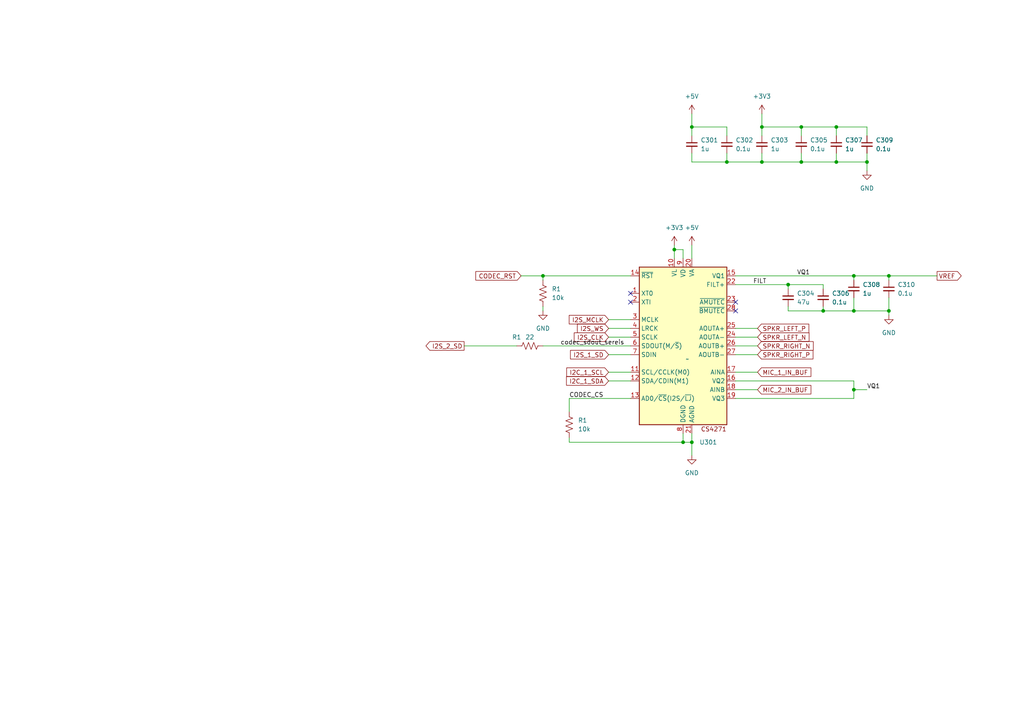
<source format=kicad_sch>
(kicad_sch (version 20230121) (generator eeschema)

  (uuid 30cb5300-4a03-46bd-834f-211e7d9e021f)

  (paper "A4")

  (lib_symbols
    (symbol "Codecs:CS4271" (in_bom yes) (on_board yes)
      (property "Reference" "U" (at -11.43 -24.13 0)
        (effects (font (size 1.27 1.27)))
      )
      (property "Value" "" (at 1.27 -3.81 0)
        (effects (font (size 1.27 1.27)))
      )
      (property "Footprint" "" (at 1.27 -3.81 0)
        (effects (font (size 1.27 1.27)) hide)
      )
      (property "Datasheet" "" (at 1.27 -3.81 0)
        (effects (font (size 1.27 1.27)) hide)
      )
      (symbol "CS4271_0_1"
        (rectangle (start -12.7 22.86) (end 12.7 -22.86)
          (stroke (width 0.254) (type default))
          (fill (type background))
        )
      )
      (symbol "CS4271_1_1"
        (text "CS4271\n" (at 8.89 -24.13 0)
          (effects (font (size 1.27 1.27)))
        )
        (pin output line (at -15.24 15.24 0) (length 2.54)
          (name "XT0" (effects (font (size 1.27 1.27))))
          (number "1" (effects (font (size 1.27 1.27))))
        )
        (pin power_in line (at -2.54 25.4 270) (length 2.54)
          (name "VL" (effects (font (size 1.27 1.27))))
          (number "10" (effects (font (size 1.27 1.27))))
        )
        (pin input line (at -15.24 -7.62 0) (length 2.54)
          (name "SCL/CCLK(M0)" (effects (font (size 1.27 1.27))))
          (number "11" (effects (font (size 1.27 1.27))))
        )
        (pin bidirectional line (at -15.24 -10.16 0) (length 2.54)
          (name "SDA/CDIN(M1)" (effects (font (size 1.27 1.27))))
          (number "12" (effects (font (size 1.27 1.27))))
        )
        (pin input line (at -15.24 -15.24 0) (length 2.54)
          (name "AD0/~{CS}(I2S/~{LJ})" (effects (font (size 1.27 1.27))))
          (number "13" (effects (font (size 1.27 1.27))))
        )
        (pin input line (at -15.24 20.32 0) (length 2.54)
          (name "~{RST}" (effects (font (size 1.27 1.27))))
          (number "14" (effects (font (size 1.27 1.27))))
        )
        (pin output line (at 15.24 20.32 180) (length 2.54)
          (name "VQ1" (effects (font (size 1.27 1.27))))
          (number "15" (effects (font (size 1.27 1.27))))
        )
        (pin input line (at 15.24 -10.16 180) (length 2.54)
          (name "VQ2" (effects (font (size 1.27 1.27))))
          (number "16" (effects (font (size 1.27 1.27))))
        )
        (pin input line (at 15.24 -7.62 180) (length 2.54)
          (name "AINA" (effects (font (size 1.27 1.27))))
          (number "17" (effects (font (size 1.27 1.27))))
        )
        (pin input line (at 15.24 -12.7 180) (length 2.54)
          (name "AINB" (effects (font (size 1.27 1.27))))
          (number "18" (effects (font (size 1.27 1.27))))
        )
        (pin input line (at 15.24 -15.24 180) (length 2.54)
          (name "VQ3" (effects (font (size 1.27 1.27))))
          (number "19" (effects (font (size 1.27 1.27))))
        )
        (pin input line (at -15.24 12.7 0) (length 2.54)
          (name "XTI" (effects (font (size 1.27 1.27))))
          (number "2" (effects (font (size 1.27 1.27))))
        )
        (pin power_in line (at 2.54 25.4 270) (length 2.54)
          (name "VA" (effects (font (size 1.27 1.27))))
          (number "20" (effects (font (size 1.27 1.27))))
        )
        (pin power_in line (at 2.54 -25.4 90) (length 2.54)
          (name "AGND" (effects (font (size 1.27 1.27))))
          (number "21" (effects (font (size 1.27 1.27))))
        )
        (pin output line (at 15.24 17.78 180) (length 2.54)
          (name "FILT+" (effects (font (size 1.27 1.27))))
          (number "22" (effects (font (size 1.27 1.27))))
        )
        (pin output line (at 15.24 12.7 180) (length 2.54)
          (name "~{AMUTEC}" (effects (font (size 1.27 1.27))))
          (number "23" (effects (font (size 1.27 1.27))))
        )
        (pin output line (at 15.24 2.54 180) (length 2.54)
          (name "AOUTA-" (effects (font (size 1.27 1.27))))
          (number "24" (effects (font (size 1.27 1.27))))
        )
        (pin output line (at 15.24 5.08 180) (length 2.54)
          (name "AOUTA+" (effects (font (size 1.27 1.27))))
          (number "25" (effects (font (size 1.27 1.27))))
        )
        (pin output line (at 15.24 0 180) (length 2.54)
          (name "AOUTB+" (effects (font (size 1.27 1.27))))
          (number "26" (effects (font (size 1.27 1.27))))
        )
        (pin output line (at 15.24 -2.54 180) (length 2.54)
          (name "AOUTB-" (effects (font (size 1.27 1.27))))
          (number "27" (effects (font (size 1.27 1.27))))
        )
        (pin output line (at 15.24 10.16 180) (length 2.54)
          (name "~{BMUTEC}" (effects (font (size 1.27 1.27))))
          (number "28" (effects (font (size 1.27 1.27))))
        )
        (pin bidirectional line (at -15.24 7.62 0) (length 2.54)
          (name "MCLK" (effects (font (size 1.27 1.27))))
          (number "3" (effects (font (size 1.27 1.27))))
        )
        (pin bidirectional line (at -15.24 5.08 0) (length 2.54)
          (name "LRCK" (effects (font (size 1.27 1.27))))
          (number "4" (effects (font (size 1.27 1.27))))
        )
        (pin bidirectional line (at -15.24 2.54 0) (length 2.54)
          (name "SCLK" (effects (font (size 1.27 1.27))))
          (number "5" (effects (font (size 1.27 1.27))))
        )
        (pin output line (at -15.24 0 0) (length 2.54)
          (name "SDOUT(M/~{S})" (effects (font (size 1.27 1.27))))
          (number "6" (effects (font (size 1.27 1.27))))
        )
        (pin input line (at -15.24 -2.54 0) (length 2.54)
          (name "SDIN" (effects (font (size 1.27 1.27))))
          (number "7" (effects (font (size 1.27 1.27))))
        )
        (pin power_in line (at 0 -25.4 90) (length 2.54)
          (name "DGND" (effects (font (size 1.27 1.27))))
          (number "8" (effects (font (size 1.27 1.27))))
        )
        (pin power_in line (at 0 25.4 270) (length 2.54)
          (name "VD" (effects (font (size 1.27 1.27))))
          (number "9" (effects (font (size 1.27 1.27))))
        )
      )
    )
    (symbol "Device:C_Small" (pin_numbers hide) (pin_names (offset 0.254) hide) (in_bom yes) (on_board yes)
      (property "Reference" "C" (at 0.254 1.778 0)
        (effects (font (size 1.27 1.27)) (justify left))
      )
      (property "Value" "C_Small" (at 0.254 -2.032 0)
        (effects (font (size 1.27 1.27)) (justify left))
      )
      (property "Footprint" "" (at 0 0 0)
        (effects (font (size 1.27 1.27)) hide)
      )
      (property "Datasheet" "~" (at 0 0 0)
        (effects (font (size 1.27 1.27)) hide)
      )
      (property "ki_keywords" "capacitor cap" (at 0 0 0)
        (effects (font (size 1.27 1.27)) hide)
      )
      (property "ki_description" "Unpolarized capacitor, small symbol" (at 0 0 0)
        (effects (font (size 1.27 1.27)) hide)
      )
      (property "ki_fp_filters" "C_*" (at 0 0 0)
        (effects (font (size 1.27 1.27)) hide)
      )
      (symbol "C_Small_0_1"
        (polyline
          (pts
            (xy -1.524 -0.508)
            (xy 1.524 -0.508)
          )
          (stroke (width 0.3302) (type default))
          (fill (type none))
        )
        (polyline
          (pts
            (xy -1.524 0.508)
            (xy 1.524 0.508)
          )
          (stroke (width 0.3048) (type default))
          (fill (type none))
        )
      )
      (symbol "C_Small_1_1"
        (pin passive line (at 0 2.54 270) (length 2.032)
          (name "~" (effects (font (size 1.27 1.27))))
          (number "1" (effects (font (size 1.27 1.27))))
        )
        (pin passive line (at 0 -2.54 90) (length 2.032)
          (name "~" (effects (font (size 1.27 1.27))))
          (number "2" (effects (font (size 1.27 1.27))))
        )
      )
    )
    (symbol "Device:R_US" (pin_numbers hide) (pin_names (offset 0)) (in_bom yes) (on_board yes)
      (property "Reference" "R" (at 2.54 0 90)
        (effects (font (size 1.27 1.27)))
      )
      (property "Value" "R_US" (at -2.54 0 90)
        (effects (font (size 1.27 1.27)))
      )
      (property "Footprint" "" (at 1.016 -0.254 90)
        (effects (font (size 1.27 1.27)) hide)
      )
      (property "Datasheet" "~" (at 0 0 0)
        (effects (font (size 1.27 1.27)) hide)
      )
      (property "ki_keywords" "R res resistor" (at 0 0 0)
        (effects (font (size 1.27 1.27)) hide)
      )
      (property "ki_description" "Resistor, US symbol" (at 0 0 0)
        (effects (font (size 1.27 1.27)) hide)
      )
      (property "ki_fp_filters" "R_*" (at 0 0 0)
        (effects (font (size 1.27 1.27)) hide)
      )
      (symbol "R_US_0_1"
        (polyline
          (pts
            (xy 0 -2.286)
            (xy 0 -2.54)
          )
          (stroke (width 0) (type default))
          (fill (type none))
        )
        (polyline
          (pts
            (xy 0 2.286)
            (xy 0 2.54)
          )
          (stroke (width 0) (type default))
          (fill (type none))
        )
        (polyline
          (pts
            (xy 0 -0.762)
            (xy 1.016 -1.143)
            (xy 0 -1.524)
            (xy -1.016 -1.905)
            (xy 0 -2.286)
          )
          (stroke (width 0) (type default))
          (fill (type none))
        )
        (polyline
          (pts
            (xy 0 0.762)
            (xy 1.016 0.381)
            (xy 0 0)
            (xy -1.016 -0.381)
            (xy 0 -0.762)
          )
          (stroke (width 0) (type default))
          (fill (type none))
        )
        (polyline
          (pts
            (xy 0 2.286)
            (xy 1.016 1.905)
            (xy 0 1.524)
            (xy -1.016 1.143)
            (xy 0 0.762)
          )
          (stroke (width 0) (type default))
          (fill (type none))
        )
      )
      (symbol "R_US_1_1"
        (pin passive line (at 0 3.81 270) (length 1.27)
          (name "~" (effects (font (size 1.27 1.27))))
          (number "1" (effects (font (size 1.27 1.27))))
        )
        (pin passive line (at 0 -3.81 90) (length 1.27)
          (name "~" (effects (font (size 1.27 1.27))))
          (number "2" (effects (font (size 1.27 1.27))))
        )
      )
    )
    (symbol "power:+3V3" (power) (pin_names (offset 0)) (in_bom yes) (on_board yes)
      (property "Reference" "#PWR" (at 0 -3.81 0)
        (effects (font (size 1.27 1.27)) hide)
      )
      (property "Value" "+3V3" (at 0 3.556 0)
        (effects (font (size 1.27 1.27)))
      )
      (property "Footprint" "" (at 0 0 0)
        (effects (font (size 1.27 1.27)) hide)
      )
      (property "Datasheet" "" (at 0 0 0)
        (effects (font (size 1.27 1.27)) hide)
      )
      (property "ki_keywords" "global power" (at 0 0 0)
        (effects (font (size 1.27 1.27)) hide)
      )
      (property "ki_description" "Power symbol creates a global label with name \"+3V3\"" (at 0 0 0)
        (effects (font (size 1.27 1.27)) hide)
      )
      (symbol "+3V3_0_1"
        (polyline
          (pts
            (xy -0.762 1.27)
            (xy 0 2.54)
          )
          (stroke (width 0) (type default))
          (fill (type none))
        )
        (polyline
          (pts
            (xy 0 0)
            (xy 0 2.54)
          )
          (stroke (width 0) (type default))
          (fill (type none))
        )
        (polyline
          (pts
            (xy 0 2.54)
            (xy 0.762 1.27)
          )
          (stroke (width 0) (type default))
          (fill (type none))
        )
      )
      (symbol "+3V3_1_1"
        (pin power_in line (at 0 0 90) (length 0) hide
          (name "+3V3" (effects (font (size 1.27 1.27))))
          (number "1" (effects (font (size 1.27 1.27))))
        )
      )
    )
    (symbol "power:+5V" (power) (pin_names (offset 0)) (in_bom yes) (on_board yes)
      (property "Reference" "#PWR" (at 0 -3.81 0)
        (effects (font (size 1.27 1.27)) hide)
      )
      (property "Value" "+5V" (at 0 3.556 0)
        (effects (font (size 1.27 1.27)))
      )
      (property "Footprint" "" (at 0 0 0)
        (effects (font (size 1.27 1.27)) hide)
      )
      (property "Datasheet" "" (at 0 0 0)
        (effects (font (size 1.27 1.27)) hide)
      )
      (property "ki_keywords" "global power" (at 0 0 0)
        (effects (font (size 1.27 1.27)) hide)
      )
      (property "ki_description" "Power symbol creates a global label with name \"+5V\"" (at 0 0 0)
        (effects (font (size 1.27 1.27)) hide)
      )
      (symbol "+5V_0_1"
        (polyline
          (pts
            (xy -0.762 1.27)
            (xy 0 2.54)
          )
          (stroke (width 0) (type default))
          (fill (type none))
        )
        (polyline
          (pts
            (xy 0 0)
            (xy 0 2.54)
          )
          (stroke (width 0) (type default))
          (fill (type none))
        )
        (polyline
          (pts
            (xy 0 2.54)
            (xy 0.762 1.27)
          )
          (stroke (width 0) (type default))
          (fill (type none))
        )
      )
      (symbol "+5V_1_1"
        (pin power_in line (at 0 0 90) (length 0) hide
          (name "+5V" (effects (font (size 1.27 1.27))))
          (number "1" (effects (font (size 1.27 1.27))))
        )
      )
    )
    (symbol "power:GND" (power) (pin_names (offset 0)) (in_bom yes) (on_board yes)
      (property "Reference" "#PWR" (at 0 -6.35 0)
        (effects (font (size 1.27 1.27)) hide)
      )
      (property "Value" "GND" (at 0 -3.81 0)
        (effects (font (size 1.27 1.27)))
      )
      (property "Footprint" "" (at 0 0 0)
        (effects (font (size 1.27 1.27)) hide)
      )
      (property "Datasheet" "" (at 0 0 0)
        (effects (font (size 1.27 1.27)) hide)
      )
      (property "ki_keywords" "global power" (at 0 0 0)
        (effects (font (size 1.27 1.27)) hide)
      )
      (property "ki_description" "Power symbol creates a global label with name \"GND\" , ground" (at 0 0 0)
        (effects (font (size 1.27 1.27)) hide)
      )
      (symbol "GND_0_1"
        (polyline
          (pts
            (xy 0 0)
            (xy 0 -1.27)
            (xy 1.27 -1.27)
            (xy 0 -2.54)
            (xy -1.27 -1.27)
            (xy 0 -1.27)
          )
          (stroke (width 0) (type default))
          (fill (type none))
        )
      )
      (symbol "GND_1_1"
        (pin power_in line (at 0 0 270) (length 0) hide
          (name "GND" (effects (font (size 1.27 1.27))))
          (number "1" (effects (font (size 1.27 1.27))))
        )
      )
    )
  )

  (junction (at 210.82 46.99) (diameter 0) (color 0 0 0 0)
    (uuid 0728d2f8-8bcc-4784-a9af-26f104f317a7)
  )
  (junction (at 242.57 46.99) (diameter 0) (color 0 0 0 0)
    (uuid 18293bff-2059-4d54-9878-e32cdfeb74c2)
  )
  (junction (at 228.6 82.55) (diameter 0) (color 0 0 0 0)
    (uuid 1bf4651e-8d5b-43c5-8bb8-038ed2f7f27f)
  )
  (junction (at 232.41 36.83) (diameter 0) (color 0 0 0 0)
    (uuid 2051c620-1751-404f-aa84-fd427d34592a)
  )
  (junction (at 220.98 46.99) (diameter 0) (color 0 0 0 0)
    (uuid 57237139-dea9-4926-a2b8-3d7b0dabc210)
  )
  (junction (at 251.46 46.99) (diameter 0) (color 0 0 0 0)
    (uuid 6b3b0a2b-5012-4803-a89f-da969adfb076)
  )
  (junction (at 247.65 113.03) (diameter 0) (color 0 0 0 0)
    (uuid 88c62a2e-995d-44ee-871e-75a9daec9bcb)
  )
  (junction (at 238.76 90.17) (diameter 0) (color 0 0 0 0)
    (uuid 8dec2645-ccf2-4f4a-84d7-494743a837e0)
  )
  (junction (at 220.98 36.83) (diameter 0) (color 0 0 0 0)
    (uuid 8f570658-c662-46b5-b2a7-6336ffeac6f8)
  )
  (junction (at 198.12 128.27) (diameter 0) (color 0 0 0 0)
    (uuid ad243870-5636-46bd-b789-61f0c78e814d)
  )
  (junction (at 257.81 80.01) (diameter 0) (color 0 0 0 0)
    (uuid ae1d4529-979a-4fdf-9292-03d17049db11)
  )
  (junction (at 200.66 128.27) (diameter 0) (color 0 0 0 0)
    (uuid c25bd683-0434-4cee-8d08-9098c74856e8)
  )
  (junction (at 247.65 80.01) (diameter 0) (color 0 0 0 0)
    (uuid cb61de45-109c-432d-9012-addd866360d1)
  )
  (junction (at 157.48 80.01) (diameter 0) (color 0 0 0 0)
    (uuid ccd746fa-5317-464b-98bf-a1df2c232e50)
  )
  (junction (at 247.65 90.17) (diameter 0) (color 0 0 0 0)
    (uuid d4ad35a9-da9d-4d2d-b3df-52ca4bd671b1)
  )
  (junction (at 257.81 90.17) (diameter 0) (color 0 0 0 0)
    (uuid e3386335-5242-4a90-be9b-034b78598943)
  )
  (junction (at 200.66 36.83) (diameter 0) (color 0 0 0 0)
    (uuid e58eed86-2e23-426d-b9ef-df3ba1774f89)
  )
  (junction (at 195.58 72.39) (diameter 0) (color 0 0 0 0)
    (uuid e75c15dd-f9c3-4315-87f5-7fbb74ad3bce)
  )
  (junction (at 232.41 46.99) (diameter 0) (color 0 0 0 0)
    (uuid f070d23a-0fb7-4cd0-b32e-bb5ab8a4eac3)
  )
  (junction (at 242.57 36.83) (diameter 0) (color 0 0 0 0)
    (uuid fed1765b-e189-4810-9c9d-715c37b8a0af)
  )

  (no_connect (at 182.88 87.63) (uuid 0c355450-1636-48dd-be88-35c4c2136db8))
  (no_connect (at 213.36 90.17) (uuid 7c48e04a-538f-4d71-890b-4daa96aee11c))
  (no_connect (at 213.36 87.63) (uuid 9805f24e-fcb1-4aeb-9769-11c8946ad973))
  (no_connect (at 182.88 85.09) (uuid a763259b-6ebe-45c4-9443-6f58e22610c2))

  (wire (pts (xy 176.53 95.25) (xy 182.88 95.25))
    (stroke (width 0) (type default))
    (uuid 03fb7f05-9b95-4793-9dfc-9c549e21408f)
  )
  (wire (pts (xy 220.98 36.83) (xy 220.98 39.37))
    (stroke (width 0) (type default))
    (uuid 04f03eda-36f2-4218-bf11-60d317f0d105)
  )
  (wire (pts (xy 247.65 80.01) (xy 247.65 81.28))
    (stroke (width 0) (type default))
    (uuid 0fb08157-a816-46aa-a51e-758f52bbc301)
  )
  (wire (pts (xy 213.36 82.55) (xy 228.6 82.55))
    (stroke (width 0) (type default))
    (uuid 1447c64d-3832-4d96-82b7-4154ab0801d8)
  )
  (wire (pts (xy 247.65 110.49) (xy 213.36 110.49))
    (stroke (width 0) (type default))
    (uuid 173f68e0-8c67-49b7-a5fb-caf9a2ab3027)
  )
  (wire (pts (xy 247.65 90.17) (xy 257.81 90.17))
    (stroke (width 0) (type default))
    (uuid 17a17abd-5b99-436a-95ae-2b297035b231)
  )
  (wire (pts (xy 210.82 44.45) (xy 210.82 46.99))
    (stroke (width 0) (type default))
    (uuid 230b9413-b6be-43d8-9ebb-956862948b09)
  )
  (wire (pts (xy 232.41 36.83) (xy 232.41 39.37))
    (stroke (width 0) (type default))
    (uuid 231d44ce-ff9a-42f3-b759-e9b4b9b5fd89)
  )
  (wire (pts (xy 200.66 71.12) (xy 200.66 74.93))
    (stroke (width 0) (type default))
    (uuid 26ccab4d-de24-43f6-a2c8-fc3b5772ddd7)
  )
  (wire (pts (xy 213.36 113.03) (xy 219.71 113.03))
    (stroke (width 0) (type default))
    (uuid 2855e45b-d03b-4264-9f37-c488b86c45d9)
  )
  (wire (pts (xy 176.53 92.71) (xy 182.88 92.71))
    (stroke (width 0) (type default))
    (uuid 2a115d68-80e8-45d7-9406-46c7e90607bc)
  )
  (wire (pts (xy 182.88 115.57) (xy 165.1 115.57))
    (stroke (width 0) (type default))
    (uuid 2b8a18ed-8f27-41a6-bf6a-1c5294ee6482)
  )
  (wire (pts (xy 228.6 88.9) (xy 228.6 90.17))
    (stroke (width 0) (type default))
    (uuid 34f8ec69-4374-40f4-b300-cc84fadbb5f4)
  )
  (wire (pts (xy 242.57 46.99) (xy 251.46 46.99))
    (stroke (width 0) (type default))
    (uuid 36f381f4-3d63-4862-8cca-3fa7b68004fe)
  )
  (wire (pts (xy 257.81 86.36) (xy 257.81 90.17))
    (stroke (width 0) (type default))
    (uuid 3811dff5-61d1-4315-b827-9f793af6d627)
  )
  (wire (pts (xy 176.53 97.79) (xy 182.88 97.79))
    (stroke (width 0) (type default))
    (uuid 39789c52-fec0-4c60-a5b7-245bd754786f)
  )
  (wire (pts (xy 157.48 80.01) (xy 182.88 80.01))
    (stroke (width 0) (type default))
    (uuid 433e68e6-7630-4a5f-b61a-dd9e8fdf434c)
  )
  (wire (pts (xy 134.62 100.33) (xy 149.86 100.33))
    (stroke (width 0) (type default))
    (uuid 4a46f009-7480-41d2-a4d3-e61e55029dbd)
  )
  (wire (pts (xy 165.1 128.27) (xy 198.12 128.27))
    (stroke (width 0) (type default))
    (uuid 5177ae13-db08-4365-a2cc-c28190ec891a)
  )
  (wire (pts (xy 251.46 113.03) (xy 247.65 113.03))
    (stroke (width 0) (type default))
    (uuid 5236f96d-e5cc-4b73-81dd-fba2d73608df)
  )
  (wire (pts (xy 200.66 46.99) (xy 210.82 46.99))
    (stroke (width 0) (type default))
    (uuid 531fa9a6-3c55-4d11-89ef-dd49adc817af)
  )
  (wire (pts (xy 200.66 128.27) (xy 200.66 132.08))
    (stroke (width 0) (type default))
    (uuid 53387071-69d8-413c-a84d-1095848d5ba6)
  )
  (wire (pts (xy 213.36 97.79) (xy 219.71 97.79))
    (stroke (width 0) (type default))
    (uuid 535bb1e1-ff54-4e38-beb1-d3aec4b2365f)
  )
  (wire (pts (xy 195.58 72.39) (xy 198.12 72.39))
    (stroke (width 0) (type default))
    (uuid 569196bb-066e-47c8-898f-5a486a4440e9)
  )
  (wire (pts (xy 200.66 33.02) (xy 200.66 36.83))
    (stroke (width 0) (type default))
    (uuid 5e22a4a9-8999-4cb7-8c51-32ad79d9786a)
  )
  (wire (pts (xy 238.76 90.17) (xy 247.65 90.17))
    (stroke (width 0) (type default))
    (uuid 5e5ce221-f6f1-447a-a165-4c1654321cde)
  )
  (wire (pts (xy 200.66 36.83) (xy 210.82 36.83))
    (stroke (width 0) (type default))
    (uuid 5e8c7f6a-604a-4463-b706-d6b3f80f90fb)
  )
  (wire (pts (xy 213.36 107.95) (xy 219.71 107.95))
    (stroke (width 0) (type default))
    (uuid 63b96984-d314-4cbb-8854-ef41fea482ff)
  )
  (wire (pts (xy 238.76 82.55) (xy 238.76 83.82))
    (stroke (width 0) (type default))
    (uuid 64612e9f-04ac-4219-9fcc-df7a054f37f9)
  )
  (wire (pts (xy 157.48 100.33) (xy 182.88 100.33))
    (stroke (width 0) (type default))
    (uuid 6947a350-6dd5-439b-8eb7-dbaa369de9cf)
  )
  (wire (pts (xy 232.41 44.45) (xy 232.41 46.99))
    (stroke (width 0) (type default))
    (uuid 6ce3d73b-89da-449e-a869-1c7fa83764eb)
  )
  (wire (pts (xy 247.65 80.01) (xy 257.81 80.01))
    (stroke (width 0) (type default))
    (uuid 6d1f72a4-1e25-49c0-858d-011e24d181dc)
  )
  (wire (pts (xy 157.48 81.28) (xy 157.48 80.01))
    (stroke (width 0) (type default))
    (uuid 6d95c676-ccd8-46da-b721-46d2d9702706)
  )
  (wire (pts (xy 195.58 71.12) (xy 195.58 72.39))
    (stroke (width 0) (type default))
    (uuid 6f502534-841d-4337-843d-69a45286a380)
  )
  (wire (pts (xy 242.57 36.83) (xy 242.57 39.37))
    (stroke (width 0) (type default))
    (uuid 712ca875-2915-4d1d-8b5a-1a055c542c5d)
  )
  (wire (pts (xy 200.66 125.73) (xy 200.66 128.27))
    (stroke (width 0) (type default))
    (uuid 79a99687-c9b8-43b5-8021-f5690225793b)
  )
  (wire (pts (xy 198.12 128.27) (xy 200.66 128.27))
    (stroke (width 0) (type default))
    (uuid 7c0dad88-e5e7-4b4d-b4be-94260144e6c3)
  )
  (wire (pts (xy 257.81 90.17) (xy 257.81 91.44))
    (stroke (width 0) (type default))
    (uuid 7e21eea9-97d9-44de-92fc-81a803972753)
  )
  (wire (pts (xy 165.1 127) (xy 165.1 128.27))
    (stroke (width 0) (type default))
    (uuid 7f1747ef-ffee-4360-8e0c-f60f9aec4e37)
  )
  (wire (pts (xy 238.76 88.9) (xy 238.76 90.17))
    (stroke (width 0) (type default))
    (uuid 82047499-915f-41ba-bdc8-93757c2d98f4)
  )
  (wire (pts (xy 247.65 113.03) (xy 247.65 115.57))
    (stroke (width 0) (type default))
    (uuid 84c84ad8-61de-48bd-808b-fb1fe1b8da29)
  )
  (wire (pts (xy 157.48 88.9) (xy 157.48 90.17))
    (stroke (width 0) (type default))
    (uuid 86b2f3f6-8f86-4ffc-903e-b8d6aab6744e)
  )
  (wire (pts (xy 251.46 36.83) (xy 251.46 39.37))
    (stroke (width 0) (type default))
    (uuid 8ab8fbfe-f99f-4a38-a070-0f25d92c0539)
  )
  (wire (pts (xy 210.82 36.83) (xy 210.82 39.37))
    (stroke (width 0) (type default))
    (uuid 8b2ec4e0-7620-4708-a1be-ecb7423d3f5a)
  )
  (wire (pts (xy 257.81 80.01) (xy 257.81 81.28))
    (stroke (width 0) (type default))
    (uuid 8e7785c3-c587-45a7-8095-6e6b891f32e0)
  )
  (wire (pts (xy 213.36 102.87) (xy 219.71 102.87))
    (stroke (width 0) (type default))
    (uuid 901c01d8-5ae8-4921-a48c-2af38e1c3841)
  )
  (wire (pts (xy 247.65 115.57) (xy 213.36 115.57))
    (stroke (width 0) (type default))
    (uuid 952b300f-b156-4fd3-ac01-13f15f0c7ae5)
  )
  (wire (pts (xy 220.98 46.99) (xy 232.41 46.99))
    (stroke (width 0) (type default))
    (uuid 9576def6-fb39-4a6c-9955-f169200c0376)
  )
  (wire (pts (xy 213.36 95.25) (xy 219.71 95.25))
    (stroke (width 0) (type default))
    (uuid 9610d325-cc6a-44e5-8542-428079696d30)
  )
  (wire (pts (xy 198.12 125.73) (xy 198.12 128.27))
    (stroke (width 0) (type default))
    (uuid 9bae59f8-dc9a-48e7-9cfc-b8bfb09f27c1)
  )
  (wire (pts (xy 220.98 36.83) (xy 232.41 36.83))
    (stroke (width 0) (type default))
    (uuid a0089283-0351-418e-a419-bc8a699c5b06)
  )
  (wire (pts (xy 238.76 82.55) (xy 228.6 82.55))
    (stroke (width 0) (type default))
    (uuid a1979298-ea1a-40b6-ae05-4ffded1da374)
  )
  (wire (pts (xy 176.53 107.95) (xy 182.88 107.95))
    (stroke (width 0) (type default))
    (uuid a4099719-bd37-474f-9920-43534067a5af)
  )
  (wire (pts (xy 247.65 86.36) (xy 247.65 90.17))
    (stroke (width 0) (type default))
    (uuid a51f2bda-e4b3-4e6e-91d9-c301098ee505)
  )
  (wire (pts (xy 200.66 36.83) (xy 200.66 39.37))
    (stroke (width 0) (type default))
    (uuid a6d285f6-9332-4c90-a2f8-672facb9f2fe)
  )
  (wire (pts (xy 200.66 44.45) (xy 200.66 46.99))
    (stroke (width 0) (type default))
    (uuid a96476bd-1798-4954-bd25-e261c657d5c6)
  )
  (wire (pts (xy 232.41 46.99) (xy 242.57 46.99))
    (stroke (width 0) (type default))
    (uuid aaa803ef-21ca-4886-8d0a-a477e005aaf0)
  )
  (wire (pts (xy 251.46 44.45) (xy 251.46 46.99))
    (stroke (width 0) (type default))
    (uuid ab6868fc-b6f1-4ef0-874d-65be11290bfc)
  )
  (wire (pts (xy 247.65 113.03) (xy 247.65 110.49))
    (stroke (width 0) (type default))
    (uuid ad66999f-09a8-4e0b-9e02-761ef4c885cb)
  )
  (wire (pts (xy 232.41 36.83) (xy 242.57 36.83))
    (stroke (width 0) (type default))
    (uuid b358487b-0f46-48a2-9fb3-c0b49d77ec83)
  )
  (wire (pts (xy 195.58 72.39) (xy 195.58 74.93))
    (stroke (width 0) (type default))
    (uuid b4eec30a-8d7d-413c-bb03-1faa26407860)
  )
  (wire (pts (xy 228.6 90.17) (xy 238.76 90.17))
    (stroke (width 0) (type default))
    (uuid b767bedd-b5c5-4f36-8235-85a42deef453)
  )
  (wire (pts (xy 151.13 80.01) (xy 157.48 80.01))
    (stroke (width 0) (type default))
    (uuid ba075f99-61f1-43c3-8a68-003733990da9)
  )
  (wire (pts (xy 165.1 115.57) (xy 165.1 119.38))
    (stroke (width 0) (type default))
    (uuid ba0c1279-76b6-4794-bfdc-231802ffd0f6)
  )
  (wire (pts (xy 220.98 33.02) (xy 220.98 36.83))
    (stroke (width 0) (type default))
    (uuid bd5c09c3-7b9e-4651-8a08-720a25c1c441)
  )
  (wire (pts (xy 198.12 72.39) (xy 198.12 74.93))
    (stroke (width 0) (type default))
    (uuid c5b06684-1552-4022-8acc-dc54fec784ad)
  )
  (wire (pts (xy 176.53 110.49) (xy 182.88 110.49))
    (stroke (width 0) (type default))
    (uuid c7fd2d17-d1c7-44c9-b852-3bc73307914d)
  )
  (wire (pts (xy 242.57 36.83) (xy 251.46 36.83))
    (stroke (width 0) (type default))
    (uuid cbea0b07-a6d4-4fac-9226-01a0b28146e3)
  )
  (wire (pts (xy 213.36 100.33) (xy 219.71 100.33))
    (stroke (width 0) (type default))
    (uuid cca48e43-4c83-4c7f-804c-dde86d21021b)
  )
  (wire (pts (xy 220.98 44.45) (xy 220.98 46.99))
    (stroke (width 0) (type default))
    (uuid d49f1da8-4110-4248-81c9-101bcffbf5e7)
  )
  (wire (pts (xy 251.46 46.99) (xy 251.46 49.53))
    (stroke (width 0) (type default))
    (uuid d6bda858-d0df-42da-b2ed-f26c3c26da95)
  )
  (wire (pts (xy 210.82 46.99) (xy 220.98 46.99))
    (stroke (width 0) (type default))
    (uuid dc04cd04-e7d9-475c-b74d-dd67e121a4f6)
  )
  (wire (pts (xy 213.36 80.01) (xy 247.65 80.01))
    (stroke (width 0) (type default))
    (uuid dc3cb906-775a-4595-9cac-ca45df3bb088)
  )
  (wire (pts (xy 257.81 80.01) (xy 271.78 80.01))
    (stroke (width 0) (type default))
    (uuid e03083ec-c6df-4017-8ae5-ae7ddb7af002)
  )
  (wire (pts (xy 242.57 44.45) (xy 242.57 46.99))
    (stroke (width 0) (type default))
    (uuid f1298f43-0ada-4dc8-9544-8ac5b6febda3)
  )
  (wire (pts (xy 228.6 83.82) (xy 228.6 82.55))
    (stroke (width 0) (type default))
    (uuid f5823656-cd5e-4b4d-908b-654f423f0db1)
  )
  (wire (pts (xy 176.53 102.87) (xy 182.88 102.87))
    (stroke (width 0) (type default))
    (uuid f8ee78d5-a481-4a67-8723-0e215a4a8ffe)
  )

  (label "codec_sdout_sereis" (at 162.56 100.33 0) (fields_autoplaced)
    (effects (font (size 1.27 1.27)) (justify left bottom))
    (uuid 02d48a7a-1353-4e66-8fc4-07e0e4579375)
  )
  (label "VQ1" (at 231.14 80.01 0) (fields_autoplaced)
    (effects (font (size 1.27 1.27)) (justify left bottom))
    (uuid 663b62ec-3920-4249-b364-8d0c8af82d07)
  )
  (label "CODEC_CS" (at 165.1 115.57 0) (fields_autoplaced)
    (effects (font (size 1.27 1.27)) (justify left bottom))
    (uuid a28f5cd6-188f-4bb0-82e6-71dc75f733ba)
  )
  (label "FILT" (at 218.44 82.55 0) (fields_autoplaced)
    (effects (font (size 1.27 1.27)) (justify left bottom))
    (uuid bcce53d6-88f4-4eb0-9808-315f5095d10d)
  )
  (label "VQ1" (at 251.46 113.03 0) (fields_autoplaced)
    (effects (font (size 1.27 1.27)) (justify left bottom))
    (uuid cf59753b-d3ef-4578-af95-dc66f3e8477f)
  )

  (global_label "MIC_1_IN_BUF" (shape input) (at 219.71 107.95 0) (fields_autoplaced)
    (effects (font (size 1.27 1.27)) (justify left))
    (uuid 112fdf6f-9302-476e-bea6-6b4c4c4e3546)
    (property "Intersheetrefs" "${INTERSHEET_REFS}" (at 235.7581 107.95 0)
      (effects (font (size 1.27 1.27)) (justify left) hide)
    )
  )
  (global_label "I2S_2_SD" (shape output) (at 134.62 100.33 180) (fields_autoplaced)
    (effects (font (size 1.27 1.27)) (justify right))
    (uuid 13a73ddd-d73d-43ad-95f0-b505396ccfcd)
    (property "Intersheetrefs" "${INTERSHEET_REFS}" (at 122.9868 100.33 0)
      (effects (font (size 1.27 1.27)) (justify right) hide)
    )
  )
  (global_label "I2C_1_SDA" (shape input) (at 176.53 110.49 180) (fields_autoplaced)
    (effects (font (size 1.27 1.27)) (justify right))
    (uuid 172f4d00-d351-4c3c-85c8-3308b60a45c7)
    (property "Intersheetrefs" "${INTERSHEET_REFS}" (at 163.7477 110.49 0)
      (effects (font (size 1.27 1.27)) (justify right) hide)
    )
  )
  (global_label "I2C_1_SCL" (shape input) (at 176.53 107.95 180) (fields_autoplaced)
    (effects (font (size 1.27 1.27)) (justify right))
    (uuid 354c93f9-4b0d-4ab9-9fd3-bb6b5e209740)
    (property "Intersheetrefs" "${INTERSHEET_REFS}" (at 163.8082 107.95 0)
      (effects (font (size 1.27 1.27)) (justify right) hide)
    )
  )
  (global_label "VREF" (shape output) (at 271.78 80.01 0) (fields_autoplaced)
    (effects (font (size 1.27 1.27)) (justify left))
    (uuid 4d37c8f4-85f4-4b86-a8d6-e8d2010397ba)
    (property "Intersheetrefs" "${INTERSHEET_REFS}" (at 279.3614 80.01 0)
      (effects (font (size 1.27 1.27)) (justify left) hide)
    )
  )
  (global_label "SPKR_LEFT_N" (shape input) (at 219.71 97.79 0) (fields_autoplaced)
    (effects (font (size 1.27 1.27)) (justify left))
    (uuid 529109e5-147d-47e4-87d4-69b46cb843f4)
    (property "Intersheetrefs" "${INTERSHEET_REFS}" (at 235.2137 97.79 0)
      (effects (font (size 1.27 1.27)) (justify left) hide)
    )
  )
  (global_label "SPKR_LEFT_P" (shape input) (at 219.71 95.25 0) (fields_autoplaced)
    (effects (font (size 1.27 1.27)) (justify left))
    (uuid 5a556beb-42ab-4ac1-92bc-34980b258937)
    (property "Intersheetrefs" "${INTERSHEET_REFS}" (at 235.1532 95.25 0)
      (effects (font (size 1.27 1.27)) (justify left) hide)
    )
  )
  (global_label "MIC_2_IN_BUF" (shape input) (at 219.71 113.03 0) (fields_autoplaced)
    (effects (font (size 1.27 1.27)) (justify left))
    (uuid 6427aa8c-ab3a-45be-8638-31fbc4b9e024)
    (property "Intersheetrefs" "${INTERSHEET_REFS}" (at 235.7581 113.03 0)
      (effects (font (size 1.27 1.27)) (justify left) hide)
    )
  )
  (global_label "SPKR_RIGHT_P" (shape input) (at 219.71 102.87 0) (fields_autoplaced)
    (effects (font (size 1.27 1.27)) (justify left))
    (uuid 773879a8-5ffb-42dc-ae15-06b6b64e6fa0)
    (property "Intersheetrefs" "${INTERSHEET_REFS}" (at 236.3628 102.87 0)
      (effects (font (size 1.27 1.27)) (justify left) hide)
    )
  )
  (global_label "I2S_MCLK" (shape input) (at 176.53 92.71 180) (fields_autoplaced)
    (effects (font (size 1.27 1.27)) (justify right))
    (uuid 8746b232-71b1-4155-adb2-fba2da38481e)
    (property "Intersheetrefs" "${INTERSHEET_REFS}" (at 164.5339 92.71 0)
      (effects (font (size 1.27 1.27)) (justify right) hide)
    )
  )
  (global_label "SPKR_RIGHT_N" (shape input) (at 219.71 100.33 0) (fields_autoplaced)
    (effects (font (size 1.27 1.27)) (justify left))
    (uuid 90a07a34-0ea3-4484-9929-cd6bd471e240)
    (property "Intersheetrefs" "${INTERSHEET_REFS}" (at 236.4233 100.33 0)
      (effects (font (size 1.27 1.27)) (justify left) hide)
    )
  )
  (global_label "I2S_CLK" (shape input) (at 176.53 97.79 180) (fields_autoplaced)
    (effects (font (size 1.27 1.27)) (justify right))
    (uuid adf89480-a862-4683-b091-23261040a927)
    (property "Intersheetrefs" "${INTERSHEET_REFS}" (at 165.9853 97.79 0)
      (effects (font (size 1.27 1.27)) (justify right) hide)
    )
  )
  (global_label "I2S_WS" (shape input) (at 176.53 95.25 180) (fields_autoplaced)
    (effects (font (size 1.27 1.27)) (justify right))
    (uuid be5af3fd-4c57-4d11-b682-d0a009985037)
    (property "Intersheetrefs" "${INTERSHEET_REFS}" (at 166.8925 95.25 0)
      (effects (font (size 1.27 1.27)) (justify right) hide)
    )
  )
  (global_label "CODEC_RST" (shape input) (at 151.13 80.01 180) (fields_autoplaced)
    (effects (font (size 1.27 1.27)) (justify right))
    (uuid c24130e3-2e75-4ab1-a06e-a84850e189fb)
    (property "Intersheetrefs" "${INTERSHEET_REFS}" (at 137.4406 80.01 0)
      (effects (font (size 1.27 1.27)) (justify right) hide)
    )
  )
  (global_label "I2S_1_SD" (shape input) (at 176.53 102.87 180) (fields_autoplaced)
    (effects (font (size 1.27 1.27)) (justify right))
    (uuid f9b65772-1866-4cb9-b06d-dddd4e8dc8a0)
    (property "Intersheetrefs" "${INTERSHEET_REFS}" (at 164.8968 102.87 0)
      (effects (font (size 1.27 1.27)) (justify right) hide)
    )
  )

  (symbol (lib_id "power:+5V") (at 200.66 33.02 0) (unit 1)
    (in_bom yes) (on_board yes) (dnp no) (fields_autoplaced)
    (uuid 11dc5c7c-38bb-463f-9382-dd437d97d6da)
    (property "Reference" "#PWR0303" (at 200.66 36.83 0)
      (effects (font (size 1.27 1.27)) hide)
    )
    (property "Value" "+5V" (at 200.66 27.94 0)
      (effects (font (size 1.27 1.27)))
    )
    (property "Footprint" "" (at 200.66 33.02 0)
      (effects (font (size 1.27 1.27)) hide)
    )
    (property "Datasheet" "" (at 200.66 33.02 0)
      (effects (font (size 1.27 1.27)) hide)
    )
    (pin "1" (uuid 0c739350-35b7-4ca8-8a24-d0858fb1d7b1))
    (instances
      (project "AudioAmp"
        (path "/7c40bb6d-39d1-4b91-a2f2-a85e74d3b158/a1522adb-b069-4654-adbe-5870e517e080"
          (reference "#PWR0303") (unit 1)
        )
        (path "/7c40bb6d-39d1-4b91-a2f2-a85e74d3b158/d9f22c81-3656-48f7-9541-e4fbc6f14548"
          (reference "#PWR022") (unit 1)
        )
      )
    )
  )

  (symbol (lib_id "Device:R_US") (at 165.1 123.19 0) (unit 1)
    (in_bom yes) (on_board yes) (dnp no) (fields_autoplaced)
    (uuid 17c7485a-9f8a-479a-ac0d-dc26d6b5a59b)
    (property "Reference" "R1" (at 167.64 121.92 0)
      (effects (font (size 1.27 1.27)) (justify left))
    )
    (property "Value" "10k" (at 167.64 124.46 0)
      (effects (font (size 1.27 1.27)) (justify left))
    )
    (property "Footprint" "Resistor_SMD:R_0402_1005Metric_Pad0.72x0.64mm_HandSolder" (at 166.116 123.444 90)
      (effects (font (size 1.27 1.27)) hide)
    )
    (property "Datasheet" "~" (at 165.1 123.19 0)
      (effects (font (size 1.27 1.27)) hide)
    )
    (pin "1" (uuid eb2ce337-a5c8-4ef0-8866-8966cead393d))
    (pin "2" (uuid 44601e6a-3448-4211-9683-149d8a4f9d59))
    (instances
      (project "AudioAmp"
        (path "/7c40bb6d-39d1-4b91-a2f2-a85e74d3b158/54f4758a-8b57-4618-8682-2393a00ecf13"
          (reference "R1") (unit 1)
        )
        (path "/7c40bb6d-39d1-4b91-a2f2-a85e74d3b158/a1522adb-b069-4654-adbe-5870e517e080"
          (reference "R303") (unit 1)
        )
        (path "/7c40bb6d-39d1-4b91-a2f2-a85e74d3b158/d9f22c81-3656-48f7-9541-e4fbc6f14548"
          (reference "R1") (unit 1)
        )
      )
    )
  )

  (symbol (lib_id "power:GND") (at 200.66 132.08 0) (unit 1)
    (in_bom yes) (on_board yes) (dnp no) (fields_autoplaced)
    (uuid 20aab186-3db8-40d8-91e3-60d1ae1582bf)
    (property "Reference" "#PWR011" (at 200.66 138.43 0)
      (effects (font (size 1.27 1.27)) hide)
    )
    (property "Value" "GND" (at 200.66 137.16 0)
      (effects (font (size 1.27 1.27)))
    )
    (property "Footprint" "" (at 200.66 132.08 0)
      (effects (font (size 1.27 1.27)) hide)
    )
    (property "Datasheet" "" (at 200.66 132.08 0)
      (effects (font (size 1.27 1.27)) hide)
    )
    (pin "1" (uuid cc35885b-2ab6-4b61-91ef-312b6fc39c2b))
    (instances
      (project "AudioAmp"
        (path "/7c40bb6d-39d1-4b91-a2f2-a85e74d3b158/97bd80ce-01ef-4bab-aca5-9a0417b7661d"
          (reference "#PWR011") (unit 1)
        )
        (path "/7c40bb6d-39d1-4b91-a2f2-a85e74d3b158/54f4758a-8b57-4618-8682-2393a00ecf13"
          (reference "#PWR015") (unit 1)
        )
        (path "/7c40bb6d-39d1-4b91-a2f2-a85e74d3b158/a1522adb-b069-4654-adbe-5870e517e080"
          (reference "#PWR0305") (unit 1)
        )
        (path "/7c40bb6d-39d1-4b91-a2f2-a85e74d3b158/d9f22c81-3656-48f7-9541-e4fbc6f14548"
          (reference "#PWR011") (unit 1)
        )
      )
    )
  )

  (symbol (lib_id "Device:C_Small") (at 257.81 83.82 0) (unit 1)
    (in_bom yes) (on_board yes) (dnp no) (fields_autoplaced)
    (uuid 265ba526-0c7b-47c4-97df-2230e63a382f)
    (property "Reference" "C310" (at 260.35 82.5563 0)
      (effects (font (size 1.27 1.27)) (justify left))
    )
    (property "Value" "0.1u" (at 260.35 85.0963 0)
      (effects (font (size 1.27 1.27)) (justify left))
    )
    (property "Footprint" "Capacitor_SMD:C_0603_1608Metric_Pad1.08x0.95mm_HandSolder" (at 257.81 83.82 0)
      (effects (font (size 1.27 1.27)) hide)
    )
    (property "Datasheet" "~" (at 257.81 83.82 0)
      (effects (font (size 1.27 1.27)) hide)
    )
    (pin "1" (uuid 61ff67a0-15d9-4179-b60d-fbfca554a194))
    (pin "2" (uuid 737d2c53-ede2-4451-a46b-8bd04463f2e3))
    (instances
      (project "AudioAmp"
        (path "/7c40bb6d-39d1-4b91-a2f2-a85e74d3b158/a1522adb-b069-4654-adbe-5870e517e080"
          (reference "C310") (unit 1)
        )
        (path "/7c40bb6d-39d1-4b91-a2f2-a85e74d3b158/d9f22c81-3656-48f7-9541-e4fbc6f14548"
          (reference "C14") (unit 1)
        )
      )
    )
  )

  (symbol (lib_id "Device:C_Small") (at 242.57 41.91 0) (unit 1)
    (in_bom yes) (on_board yes) (dnp no) (fields_autoplaced)
    (uuid 3d2c961e-e403-4a87-ab21-506e6d8945be)
    (property "Reference" "C307" (at 245.11 40.6463 0)
      (effects (font (size 1.27 1.27)) (justify left))
    )
    (property "Value" "1u" (at 245.11 43.1863 0)
      (effects (font (size 1.27 1.27)) (justify left))
    )
    (property "Footprint" "Capacitor_SMD:C_0603_1608Metric_Pad1.08x0.95mm_HandSolder" (at 242.57 41.91 0)
      (effects (font (size 1.27 1.27)) hide)
    )
    (property "Datasheet" "~" (at 242.57 41.91 0)
      (effects (font (size 1.27 1.27)) hide)
    )
    (pin "1" (uuid 126fa729-238e-49b9-8381-f3bed03baf47))
    (pin "2" (uuid cab59a0e-f498-4f8d-9cfa-e337d566c48d))
    (instances
      (project "AudioAmp"
        (path "/7c40bb6d-39d1-4b91-a2f2-a85e74d3b158/a1522adb-b069-4654-adbe-5870e517e080"
          (reference "C307") (unit 1)
        )
        (path "/7c40bb6d-39d1-4b91-a2f2-a85e74d3b158/d9f22c81-3656-48f7-9541-e4fbc6f14548"
          (reference "C7") (unit 1)
        )
      )
    )
  )

  (symbol (lib_id "power:GND") (at 257.81 91.44 0) (unit 1)
    (in_bom yes) (on_board yes) (dnp no)
    (uuid 41b5e7b6-7344-4d3b-9710-0ba8c0a2cdd6)
    (property "Reference" "#PWR011" (at 257.81 97.79 0)
      (effects (font (size 1.27 1.27)) hide)
    )
    (property "Value" "GND" (at 257.81 96.52 0)
      (effects (font (size 1.27 1.27)))
    )
    (property "Footprint" "" (at 257.81 91.44 0)
      (effects (font (size 1.27 1.27)) hide)
    )
    (property "Datasheet" "" (at 257.81 91.44 0)
      (effects (font (size 1.27 1.27)) hide)
    )
    (pin "1" (uuid 3b82e8b2-66eb-4986-bdc5-f0f29e9fd3dc))
    (instances
      (project "AudioAmp"
        (path "/7c40bb6d-39d1-4b91-a2f2-a85e74d3b158/97bd80ce-01ef-4bab-aca5-9a0417b7661d"
          (reference "#PWR011") (unit 1)
        )
        (path "/7c40bb6d-39d1-4b91-a2f2-a85e74d3b158/54f4758a-8b57-4618-8682-2393a00ecf13"
          (reference "#PWR015") (unit 1)
        )
        (path "/7c40bb6d-39d1-4b91-a2f2-a85e74d3b158/a1522adb-b069-4654-adbe-5870e517e080"
          (reference "#PWR0308") (unit 1)
        )
        (path "/7c40bb6d-39d1-4b91-a2f2-a85e74d3b158/d9f22c81-3656-48f7-9541-e4fbc6f14548"
          (reference "#PWR011") (unit 1)
        )
      )
    )
  )

  (symbol (lib_id "Device:C_Small") (at 247.65 83.82 0) (unit 1)
    (in_bom yes) (on_board yes) (dnp no) (fields_autoplaced)
    (uuid 4989d8c9-732f-414f-8bad-afc44dccab83)
    (property "Reference" "C308" (at 250.19 82.5563 0)
      (effects (font (size 1.27 1.27)) (justify left))
    )
    (property "Value" "1u" (at 250.19 85.0963 0)
      (effects (font (size 1.27 1.27)) (justify left))
    )
    (property "Footprint" "Capacitor_SMD:C_0603_1608Metric_Pad1.08x0.95mm_HandSolder" (at 247.65 83.82 0)
      (effects (font (size 1.27 1.27)) hide)
    )
    (property "Datasheet" "~" (at 247.65 83.82 0)
      (effects (font (size 1.27 1.27)) hide)
    )
    (pin "1" (uuid f77ee4f4-8e04-4581-a251-8f170e62c520))
    (pin "2" (uuid 5776b074-433a-4fd3-b58b-a0e7820535a3))
    (instances
      (project "AudioAmp"
        (path "/7c40bb6d-39d1-4b91-a2f2-a85e74d3b158/a1522adb-b069-4654-adbe-5870e517e080"
          (reference "C308") (unit 1)
        )
        (path "/7c40bb6d-39d1-4b91-a2f2-a85e74d3b158/d9f22c81-3656-48f7-9541-e4fbc6f14548"
          (reference "C13") (unit 1)
        )
      )
    )
  )

  (symbol (lib_id "Device:R_US") (at 157.48 85.09 0) (unit 1)
    (in_bom yes) (on_board yes) (dnp no) (fields_autoplaced)
    (uuid 501819c8-8c14-474a-9920-7015e4c53610)
    (property "Reference" "R1" (at 160.02 83.82 0)
      (effects (font (size 1.27 1.27)) (justify left))
    )
    (property "Value" "10k" (at 160.02 86.36 0)
      (effects (font (size 1.27 1.27)) (justify left))
    )
    (property "Footprint" "Resistor_SMD:R_0402_1005Metric_Pad0.72x0.64mm_HandSolder" (at 158.496 85.344 90)
      (effects (font (size 1.27 1.27)) hide)
    )
    (property "Datasheet" "~" (at 157.48 85.09 0)
      (effects (font (size 1.27 1.27)) hide)
    )
    (pin "1" (uuid dd2244dd-d802-40af-bd74-0673a3ca3d97))
    (pin "2" (uuid f4941959-0990-47ab-b69a-35cb8b76f17a))
    (instances
      (project "AudioAmp"
        (path "/7c40bb6d-39d1-4b91-a2f2-a85e74d3b158/54f4758a-8b57-4618-8682-2393a00ecf13"
          (reference "R1") (unit 1)
        )
        (path "/7c40bb6d-39d1-4b91-a2f2-a85e74d3b158/a1522adb-b069-4654-adbe-5870e517e080"
          (reference "R302") (unit 1)
        )
        (path "/7c40bb6d-39d1-4b91-a2f2-a85e74d3b158/d9f22c81-3656-48f7-9541-e4fbc6f14548"
          (reference "R1") (unit 1)
        )
      )
    )
  )

  (symbol (lib_id "power:GND") (at 157.48 90.17 0) (unit 1)
    (in_bom yes) (on_board yes) (dnp no) (fields_autoplaced)
    (uuid 50506cc6-82b6-41d0-a2c8-2b6af0a1c0c1)
    (property "Reference" "#PWR011" (at 157.48 96.52 0)
      (effects (font (size 1.27 1.27)) hide)
    )
    (property "Value" "GND" (at 157.48 95.25 0)
      (effects (font (size 1.27 1.27)))
    )
    (property "Footprint" "" (at 157.48 90.17 0)
      (effects (font (size 1.27 1.27)) hide)
    )
    (property "Datasheet" "" (at 157.48 90.17 0)
      (effects (font (size 1.27 1.27)) hide)
    )
    (pin "1" (uuid d09a068a-f3ba-4e79-b9a0-861008deee4a))
    (instances
      (project "AudioAmp"
        (path "/7c40bb6d-39d1-4b91-a2f2-a85e74d3b158/97bd80ce-01ef-4bab-aca5-9a0417b7661d"
          (reference "#PWR011") (unit 1)
        )
        (path "/7c40bb6d-39d1-4b91-a2f2-a85e74d3b158/54f4758a-8b57-4618-8682-2393a00ecf13"
          (reference "#PWR015") (unit 1)
        )
        (path "/7c40bb6d-39d1-4b91-a2f2-a85e74d3b158/a1522adb-b069-4654-adbe-5870e517e080"
          (reference "#PWR0301") (unit 1)
        )
        (path "/7c40bb6d-39d1-4b91-a2f2-a85e74d3b158/d9f22c81-3656-48f7-9541-e4fbc6f14548"
          (reference "#PWR011") (unit 1)
        )
      )
    )
  )

  (symbol (lib_id "Device:R_US") (at 153.67 100.33 90) (unit 1)
    (in_bom yes) (on_board yes) (dnp no)
    (uuid 5f2eb180-2b48-4fe8-9236-e7c5749ccd69)
    (property "Reference" "R1" (at 149.86 97.79 90)
      (effects (font (size 1.27 1.27)))
    )
    (property "Value" "22" (at 153.67 97.79 90)
      (effects (font (size 1.27 1.27)))
    )
    (property "Footprint" "Resistor_SMD:R_0402_1005Metric_Pad0.72x0.64mm_HandSolder" (at 153.924 99.314 90)
      (effects (font (size 1.27 1.27)) hide)
    )
    (property "Datasheet" "~" (at 153.67 100.33 0)
      (effects (font (size 1.27 1.27)) hide)
    )
    (pin "1" (uuid 98caaa54-5181-4813-8d90-5c197b943eae))
    (pin "2" (uuid 050a1983-a2fc-4b07-aff5-e818c63e7ecb))
    (instances
      (project "AudioAmp"
        (path "/7c40bb6d-39d1-4b91-a2f2-a85e74d3b158/54f4758a-8b57-4618-8682-2393a00ecf13"
          (reference "R1") (unit 1)
        )
        (path "/7c40bb6d-39d1-4b91-a2f2-a85e74d3b158/a1522adb-b069-4654-adbe-5870e517e080"
          (reference "R301") (unit 1)
        )
        (path "/7c40bb6d-39d1-4b91-a2f2-a85e74d3b158/d9f22c81-3656-48f7-9541-e4fbc6f14548"
          (reference "R1") (unit 1)
        )
      )
    )
  )

  (symbol (lib_id "power:+3V3") (at 220.98 33.02 0) (unit 1)
    (in_bom yes) (on_board yes) (dnp no) (fields_autoplaced)
    (uuid 968a2c38-70b7-4ad6-b3ca-418902fcb293)
    (property "Reference" "#PWR05" (at 220.98 36.83 0)
      (effects (font (size 1.27 1.27)) hide)
    )
    (property "Value" "+3V3" (at 220.98 27.94 0)
      (effects (font (size 1.27 1.27)))
    )
    (property "Footprint" "" (at 220.98 33.02 0)
      (effects (font (size 1.27 1.27)) hide)
    )
    (property "Datasheet" "" (at 220.98 33.02 0)
      (effects (font (size 1.27 1.27)) hide)
    )
    (pin "1" (uuid 12ae8498-8457-4213-9708-4cfe06f34755))
    (instances
      (project "AudioAmp"
        (path "/7c40bb6d-39d1-4b91-a2f2-a85e74d3b158/43b83324-4b5b-4a32-9c48-137538d62584"
          (reference "#PWR05") (unit 1)
        )
        (path "/7c40bb6d-39d1-4b91-a2f2-a85e74d3b158/a1522adb-b069-4654-adbe-5870e517e080"
          (reference "#PWR0306") (unit 1)
        )
        (path "/7c40bb6d-39d1-4b91-a2f2-a85e74d3b158/d9f22c81-3656-48f7-9541-e4fbc6f14548"
          (reference "#PWR05") (unit 1)
        )
      )
    )
  )

  (symbol (lib_id "Codecs:CS4271") (at 198.12 100.33 0) (unit 1)
    (in_bom yes) (on_board yes) (dnp no) (fields_autoplaced)
    (uuid 995189a7-3d1f-464b-9404-aa0aa2c23be4)
    (property "Reference" "U301" (at 202.8541 128.27 0)
      (effects (font (size 1.27 1.27)) (justify left))
    )
    (property "Value" "~" (at 199.39 104.14 0)
      (effects (font (size 1.27 1.27)))
    )
    (property "Footprint" "Package_SO:TSSOP-28_4.4x9.7mm_P0.65mm" (at 199.39 104.14 0)
      (effects (font (size 1.27 1.27)) hide)
    )
    (property "Datasheet" "" (at 199.39 104.14 0)
      (effects (font (size 1.27 1.27)) hide)
    )
    (pin "1" (uuid 48626de7-f4e0-42d7-940f-c8b0d5b68992))
    (pin "10" (uuid 515e328a-fe3f-4180-b19c-8831d69dbe58))
    (pin "11" (uuid 26c86123-cefb-4234-bb27-94d89fc265f5))
    (pin "12" (uuid 0ed60042-038e-44dc-9f12-b721b9574028))
    (pin "13" (uuid 76fbaab2-bab9-4941-a3b3-c51d6739ecad))
    (pin "14" (uuid e5705bd0-9fe7-4ad9-9c1e-42974ee9697d))
    (pin "15" (uuid ed11622c-8463-4a50-9e83-131e8fe3d68d))
    (pin "16" (uuid ecdfeb8e-78fd-4fd8-ab72-d32a30a3d60f))
    (pin "17" (uuid 9d4ac9e9-3e9c-4d0d-973d-41b35d2429f2))
    (pin "18" (uuid c93a4f36-a215-4209-bf80-8910a75f11db))
    (pin "19" (uuid f8e742a1-2284-4625-a039-f1039adf4fb4))
    (pin "2" (uuid 5608a51c-c6ce-44e8-b100-ce3b48d8cc3d))
    (pin "20" (uuid 88087a90-2bed-4018-8b9d-3a8465a552fc))
    (pin "21" (uuid 14b081e7-155a-455f-ba53-cce1fb506c32))
    (pin "22" (uuid e62347d3-0e74-4632-bc6d-75c38c40f2e6))
    (pin "23" (uuid 6c80fb69-1f90-4e9c-b96e-60f3dcbf3199))
    (pin "24" (uuid 2f1a0851-3bfe-4cd1-bab0-bfa781dfa954))
    (pin "25" (uuid 0180c7e8-5ab0-4c48-97aa-e29d5086908d))
    (pin "26" (uuid cbd4e431-d2d8-4e07-a0ff-6ed6f6471c8c))
    (pin "27" (uuid f04b5c94-8f68-4fda-911a-a177a2c11abf))
    (pin "28" (uuid d74986f7-fe2c-4e65-8306-3bf428a2687d))
    (pin "3" (uuid 10967d7d-dab3-4ec2-84ad-d8572a69b702))
    (pin "4" (uuid 5675cb63-83d5-48c5-a61c-cd23ba41c0c4))
    (pin "5" (uuid 6ca7ef4f-32ec-460e-ba15-2579be00c610))
    (pin "6" (uuid 669cb05f-8527-4c4e-8278-32f46d488437))
    (pin "7" (uuid 81f0b714-5261-4463-bfff-2afcab6f99a0))
    (pin "8" (uuid b12be606-19ff-43b4-9c43-29c864058fd9))
    (pin "9" (uuid 386bd9b5-bff9-416c-b91b-59f978228642))
    (instances
      (project "AudioAmp"
        (path "/7c40bb6d-39d1-4b91-a2f2-a85e74d3b158/a1522adb-b069-4654-adbe-5870e517e080"
          (reference "U301") (unit 1)
        )
        (path "/7c40bb6d-39d1-4b91-a2f2-a85e74d3b158/d9f22c81-3656-48f7-9541-e4fbc6f14548"
          (reference "U2") (unit 1)
        )
      )
    )
  )

  (symbol (lib_id "Device:C_Small") (at 232.41 41.91 0) (unit 1)
    (in_bom yes) (on_board yes) (dnp no) (fields_autoplaced)
    (uuid a14ef9c6-3798-497f-9407-39c66f21eda2)
    (property "Reference" "C305" (at 234.95 40.6463 0)
      (effects (font (size 1.27 1.27)) (justify left))
    )
    (property "Value" "0.1u" (at 234.95 43.1863 0)
      (effects (font (size 1.27 1.27)) (justify left))
    )
    (property "Footprint" "Capacitor_SMD:C_0603_1608Metric_Pad1.08x0.95mm_HandSolder" (at 232.41 41.91 0)
      (effects (font (size 1.27 1.27)) hide)
    )
    (property "Datasheet" "~" (at 232.41 41.91 0)
      (effects (font (size 1.27 1.27)) hide)
    )
    (pin "1" (uuid 260c0f99-b94a-40b3-815c-ece61cdb5e94))
    (pin "2" (uuid 03034798-45d2-4589-8abb-340faf979aad))
    (instances
      (project "AudioAmp"
        (path "/7c40bb6d-39d1-4b91-a2f2-a85e74d3b158/a1522adb-b069-4654-adbe-5870e517e080"
          (reference "C305") (unit 1)
        )
        (path "/7c40bb6d-39d1-4b91-a2f2-a85e74d3b158/d9f22c81-3656-48f7-9541-e4fbc6f14548"
          (reference "C10") (unit 1)
        )
      )
    )
  )

  (symbol (lib_id "Device:C_Small") (at 210.82 41.91 0) (unit 1)
    (in_bom yes) (on_board yes) (dnp no) (fields_autoplaced)
    (uuid a2924b29-e88c-4264-9593-19a97c5c2d4a)
    (property "Reference" "C302" (at 213.36 40.6463 0)
      (effects (font (size 1.27 1.27)) (justify left))
    )
    (property "Value" "0.1u" (at 213.36 43.1863 0)
      (effects (font (size 1.27 1.27)) (justify left))
    )
    (property "Footprint" "Capacitor_SMD:C_0603_1608Metric_Pad1.08x0.95mm_HandSolder" (at 210.82 41.91 0)
      (effects (font (size 1.27 1.27)) hide)
    )
    (property "Datasheet" "~" (at 210.82 41.91 0)
      (effects (font (size 1.27 1.27)) hide)
    )
    (pin "1" (uuid b80d1cc1-55df-4660-9901-5aa10ae1484d))
    (pin "2" (uuid f8430f6b-c13b-4de2-b246-21fa50ddbf9d))
    (instances
      (project "AudioAmp"
        (path "/7c40bb6d-39d1-4b91-a2f2-a85e74d3b158/a1522adb-b069-4654-adbe-5870e517e080"
          (reference "C302") (unit 1)
        )
        (path "/7c40bb6d-39d1-4b91-a2f2-a85e74d3b158/d9f22c81-3656-48f7-9541-e4fbc6f14548"
          (reference "C11") (unit 1)
        )
      )
    )
  )

  (symbol (lib_id "Device:C_Small") (at 238.76 86.36 0) (unit 1)
    (in_bom yes) (on_board yes) (dnp no) (fields_autoplaced)
    (uuid a638108b-88c4-493b-896b-85bb931481b9)
    (property "Reference" "C306" (at 241.3 85.0963 0)
      (effects (font (size 1.27 1.27)) (justify left))
    )
    (property "Value" "0.1u" (at 241.3 87.6363 0)
      (effects (font (size 1.27 1.27)) (justify left))
    )
    (property "Footprint" "Capacitor_SMD:C_0603_1608Metric_Pad1.08x0.95mm_HandSolder" (at 238.76 86.36 0)
      (effects (font (size 1.27 1.27)) hide)
    )
    (property "Datasheet" "~" (at 238.76 86.36 0)
      (effects (font (size 1.27 1.27)) hide)
    )
    (pin "1" (uuid 8b6b5a5a-e703-425d-a810-39c668ee4d60))
    (pin "2" (uuid 3f20bc60-0a76-4915-ad9b-78b95f6ccb00))
    (instances
      (project "AudioAmp"
        (path "/7c40bb6d-39d1-4b91-a2f2-a85e74d3b158/a1522adb-b069-4654-adbe-5870e517e080"
          (reference "C306") (unit 1)
        )
        (path "/7c40bb6d-39d1-4b91-a2f2-a85e74d3b158/d9f22c81-3656-48f7-9541-e4fbc6f14548"
          (reference "C16") (unit 1)
        )
      )
    )
  )

  (symbol (lib_id "Device:C_Small") (at 228.6 86.36 0) (unit 1)
    (in_bom yes) (on_board yes) (dnp no) (fields_autoplaced)
    (uuid a8281706-d07d-4fd1-be9c-5b86d88508fd)
    (property "Reference" "C304" (at 231.14 85.0963 0)
      (effects (font (size 1.27 1.27)) (justify left))
    )
    (property "Value" "47u" (at 231.14 87.6363 0)
      (effects (font (size 1.27 1.27)) (justify left))
    )
    (property "Footprint" "Capacitor_SMD:C_0805_2012Metric_Pad1.18x1.45mm_HandSolder" (at 228.6 86.36 0)
      (effects (font (size 1.27 1.27)) hide)
    )
    (property "Datasheet" "~" (at 228.6 86.36 0)
      (effects (font (size 1.27 1.27)) hide)
    )
    (pin "1" (uuid 15532788-bdc3-4260-a8da-7b0b3137c131))
    (pin "2" (uuid 77a75280-cdac-4623-9cdf-95363d763925))
    (instances
      (project "AudioAmp"
        (path "/7c40bb6d-39d1-4b91-a2f2-a85e74d3b158/a1522adb-b069-4654-adbe-5870e517e080"
          (reference "C304") (unit 1)
        )
        (path "/7c40bb6d-39d1-4b91-a2f2-a85e74d3b158/d9f22c81-3656-48f7-9541-e4fbc6f14548"
          (reference "C15") (unit 1)
        )
      )
    )
  )

  (symbol (lib_id "Device:C_Small") (at 251.46 41.91 0) (unit 1)
    (in_bom yes) (on_board yes) (dnp no) (fields_autoplaced)
    (uuid a83787b7-6298-46be-994d-5f5eff1f999b)
    (property "Reference" "C309" (at 254 40.6463 0)
      (effects (font (size 1.27 1.27)) (justify left))
    )
    (property "Value" "0.1u" (at 254 43.1863 0)
      (effects (font (size 1.27 1.27)) (justify left))
    )
    (property "Footprint" "Capacitor_SMD:C_0603_1608Metric_Pad1.08x0.95mm_HandSolder" (at 251.46 41.91 0)
      (effects (font (size 1.27 1.27)) hide)
    )
    (property "Datasheet" "~" (at 251.46 41.91 0)
      (effects (font (size 1.27 1.27)) hide)
    )
    (pin "1" (uuid 7575f82e-93c9-4c38-812f-d077d4a70d54))
    (pin "2" (uuid 261845cf-62a2-4ed4-9f0c-283bb93c6dc3))
    (instances
      (project "AudioAmp"
        (path "/7c40bb6d-39d1-4b91-a2f2-a85e74d3b158/a1522adb-b069-4654-adbe-5870e517e080"
          (reference "C309") (unit 1)
        )
        (path "/7c40bb6d-39d1-4b91-a2f2-a85e74d3b158/d9f22c81-3656-48f7-9541-e4fbc6f14548"
          (reference "C12") (unit 1)
        )
      )
    )
  )

  (symbol (lib_id "power:+5V") (at 200.66 71.12 0) (unit 1)
    (in_bom yes) (on_board yes) (dnp no) (fields_autoplaced)
    (uuid b2f31d74-f15e-4a23-a808-6c9f1900da67)
    (property "Reference" "#PWR0304" (at 200.66 74.93 0)
      (effects (font (size 1.27 1.27)) hide)
    )
    (property "Value" "+5V" (at 200.66 66.04 0)
      (effects (font (size 1.27 1.27)))
    )
    (property "Footprint" "" (at 200.66 71.12 0)
      (effects (font (size 1.27 1.27)) hide)
    )
    (property "Datasheet" "" (at 200.66 71.12 0)
      (effects (font (size 1.27 1.27)) hide)
    )
    (pin "1" (uuid f661dfa4-92e4-4dcb-9acd-4aa099e531c2))
    (instances
      (project "AudioAmp"
        (path "/7c40bb6d-39d1-4b91-a2f2-a85e74d3b158/a1522adb-b069-4654-adbe-5870e517e080"
          (reference "#PWR0304") (unit 1)
        )
        (path "/7c40bb6d-39d1-4b91-a2f2-a85e74d3b158/d9f22c81-3656-48f7-9541-e4fbc6f14548"
          (reference "#PWR022") (unit 1)
        )
      )
    )
  )

  (symbol (lib_id "power:GND") (at 251.46 49.53 0) (unit 1)
    (in_bom yes) (on_board yes) (dnp no)
    (uuid b5989cb7-a567-44f2-9651-06c0bd4b68fb)
    (property "Reference" "#PWR011" (at 251.46 55.88 0)
      (effects (font (size 1.27 1.27)) hide)
    )
    (property "Value" "GND" (at 251.46 54.61 0)
      (effects (font (size 1.27 1.27)))
    )
    (property "Footprint" "" (at 251.46 49.53 0)
      (effects (font (size 1.27 1.27)) hide)
    )
    (property "Datasheet" "" (at 251.46 49.53 0)
      (effects (font (size 1.27 1.27)) hide)
    )
    (pin "1" (uuid 90afda89-b68f-419f-9309-480c4a78341d))
    (instances
      (project "AudioAmp"
        (path "/7c40bb6d-39d1-4b91-a2f2-a85e74d3b158/97bd80ce-01ef-4bab-aca5-9a0417b7661d"
          (reference "#PWR011") (unit 1)
        )
        (path "/7c40bb6d-39d1-4b91-a2f2-a85e74d3b158/54f4758a-8b57-4618-8682-2393a00ecf13"
          (reference "#PWR015") (unit 1)
        )
        (path "/7c40bb6d-39d1-4b91-a2f2-a85e74d3b158/a1522adb-b069-4654-adbe-5870e517e080"
          (reference "#PWR0307") (unit 1)
        )
        (path "/7c40bb6d-39d1-4b91-a2f2-a85e74d3b158/d9f22c81-3656-48f7-9541-e4fbc6f14548"
          (reference "#PWR011") (unit 1)
        )
      )
    )
  )

  (symbol (lib_id "Device:C_Small") (at 200.66 41.91 0) (unit 1)
    (in_bom yes) (on_board yes) (dnp no) (fields_autoplaced)
    (uuid dac37034-1a41-453a-9023-fa9b77f9e308)
    (property "Reference" "C301" (at 203.2 40.6463 0)
      (effects (font (size 1.27 1.27)) (justify left))
    )
    (property "Value" "1u" (at 203.2 43.1863 0)
      (effects (font (size 1.27 1.27)) (justify left))
    )
    (property "Footprint" "Capacitor_SMD:C_0603_1608Metric_Pad1.08x0.95mm_HandSolder" (at 200.66 41.91 0)
      (effects (font (size 1.27 1.27)) hide)
    )
    (property "Datasheet" "~" (at 200.66 41.91 0)
      (effects (font (size 1.27 1.27)) hide)
    )
    (pin "1" (uuid f967ce0e-cfde-44ad-8986-70f010e7b2ba))
    (pin "2" (uuid 39d1e060-515c-4aa5-af2d-14a7782c0598))
    (instances
      (project "AudioAmp"
        (path "/7c40bb6d-39d1-4b91-a2f2-a85e74d3b158/a1522adb-b069-4654-adbe-5870e517e080"
          (reference "C301") (unit 1)
        )
        (path "/7c40bb6d-39d1-4b91-a2f2-a85e74d3b158/d9f22c81-3656-48f7-9541-e4fbc6f14548"
          (reference "C9") (unit 1)
        )
      )
    )
  )

  (symbol (lib_id "power:+3V3") (at 195.58 71.12 0) (unit 1)
    (in_bom yes) (on_board yes) (dnp no) (fields_autoplaced)
    (uuid e5ec4801-ca19-46ab-bb94-c4079bc84a75)
    (property "Reference" "#PWR05" (at 195.58 74.93 0)
      (effects (font (size 1.27 1.27)) hide)
    )
    (property "Value" "+3V3" (at 195.58 66.04 0)
      (effects (font (size 1.27 1.27)))
    )
    (property "Footprint" "" (at 195.58 71.12 0)
      (effects (font (size 1.27 1.27)) hide)
    )
    (property "Datasheet" "" (at 195.58 71.12 0)
      (effects (font (size 1.27 1.27)) hide)
    )
    (pin "1" (uuid 0d35b242-84e3-4890-8b69-9c08c1e8b91b))
    (instances
      (project "AudioAmp"
        (path "/7c40bb6d-39d1-4b91-a2f2-a85e74d3b158/43b83324-4b5b-4a32-9c48-137538d62584"
          (reference "#PWR05") (unit 1)
        )
        (path "/7c40bb6d-39d1-4b91-a2f2-a85e74d3b158/a1522adb-b069-4654-adbe-5870e517e080"
          (reference "#PWR0302") (unit 1)
        )
        (path "/7c40bb6d-39d1-4b91-a2f2-a85e74d3b158/d9f22c81-3656-48f7-9541-e4fbc6f14548"
          (reference "#PWR05") (unit 1)
        )
      )
    )
  )

  (symbol (lib_id "Device:C_Small") (at 220.98 41.91 0) (unit 1)
    (in_bom yes) (on_board yes) (dnp no) (fields_autoplaced)
    (uuid ef2f0de2-4f61-4d5a-b1b7-323fdc1f5d15)
    (property "Reference" "C303" (at 223.52 40.6463 0)
      (effects (font (size 1.27 1.27)) (justify left))
    )
    (property "Value" "1u" (at 223.52 43.1863 0)
      (effects (font (size 1.27 1.27)) (justify left))
    )
    (property "Footprint" "Capacitor_SMD:C_0603_1608Metric_Pad1.08x0.95mm_HandSolder" (at 220.98 41.91 0)
      (effects (font (size 1.27 1.27)) hide)
    )
    (property "Datasheet" "~" (at 220.98 41.91 0)
      (effects (font (size 1.27 1.27)) hide)
    )
    (pin "1" (uuid 7a8c8c1c-0d89-4feb-9868-d04aa62122c4))
    (pin "2" (uuid 61276ab5-b094-4541-acae-602c14162abc))
    (instances
      (project "AudioAmp"
        (path "/7c40bb6d-39d1-4b91-a2f2-a85e74d3b158/a1522adb-b069-4654-adbe-5870e517e080"
          (reference "C303") (unit 1)
        )
        (path "/7c40bb6d-39d1-4b91-a2f2-a85e74d3b158/d9f22c81-3656-48f7-9541-e4fbc6f14548"
          (reference "C8") (unit 1)
        )
      )
    )
  )
)

</source>
